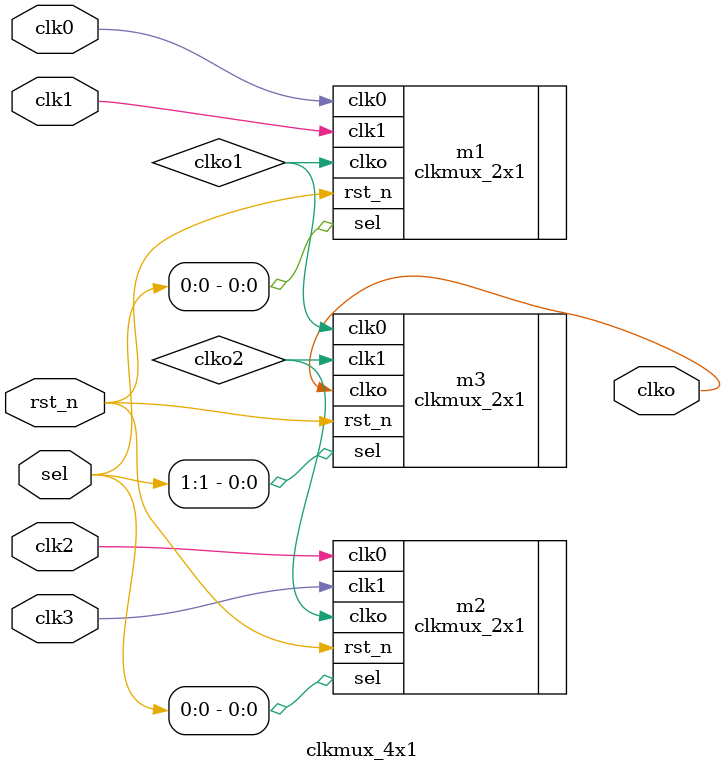
<source format=v>
/*
	Copyright 2020 Mohamed Shalan (mshalan@aucegypt.edu)
	
	Licensed under the Apache License, Version 2.0 (the "License"); 
	you may not use this file except in compliance with the License. 
	You may obtain a copy of the License at:
	http://www.apache.org/licenses/LICENSE-2.0
	Unless required by applicable law or agreed to in writing, software 
	distributed under the License is distributed on an "AS IS" BASIS, 
	WITHOUT WARRANTIES OR CONDITIONS OF ANY KIND, either express or implied. 
	See the License for the specific language governing permissions and 
	limitations under the License.
*/

`timescale 			1ns/1ps
`default_nettype 	none


/* 
	A 4x1 glitch-less clock mux 
*/

module clkmux_4x1 (
    input   wire        rst_n,
    input   wire        clk0, 
    input   wire        clk1, 
    input   wire        clk2, 
    input   wire        clk3,
    input   wire [1:0]  sel,
    output  wire        clko
);

    wire clko1, clko2;

    clkmux_2x1 m1(  
                    .rst_n(rst_n),
                    .clk0(clk0), 
                    .clk1(clk1), 
                    .clko(clko1), 
                    .sel(sel[0])
                );
    clkmux_2x1 m2(  
                    .rst_n(rst_n),
                    .clk0(clk2), 
                    .clk1(clk3), 
                    .clko(clko2), 
                    .sel(sel[0])
                );
    clkmux_2x1 m3(  
                    .rst_n(rst_n),
                    .clk0(clko1), 
                    .clk1(clko2), 
                    .clko(clko), 
                    .sel(sel[1])
                );
    
endmodule
</source>
